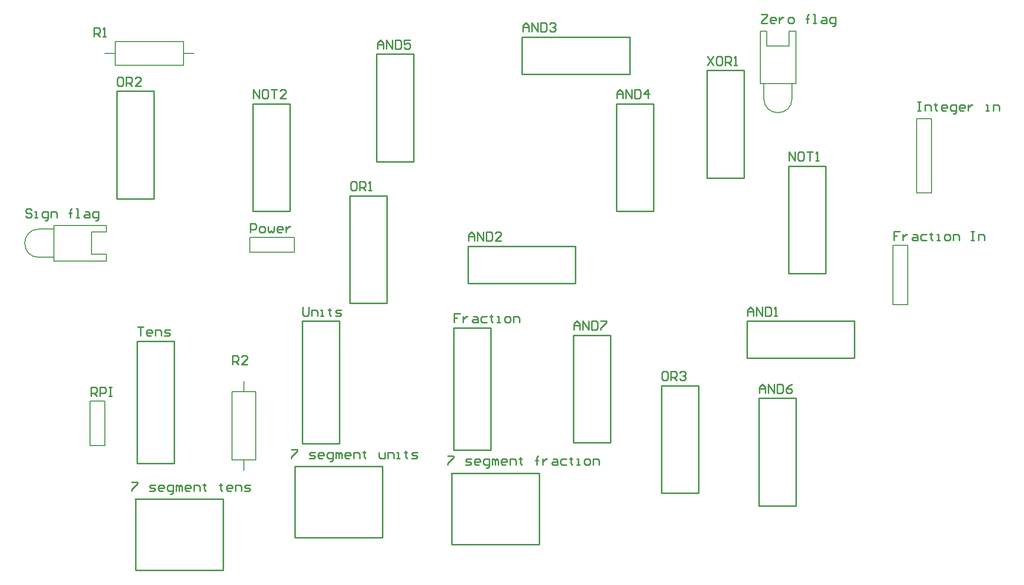
<source format=gto>
G04*
G04 #@! TF.GenerationSoftware,Altium Limited,Altium Designer,18.0.7 (293)*
G04*
G04 Layer_Color=65535*
%FSLAX25Y25*%
%MOIN*%
G70*
G01*
G75*
%ADD10C,0.00500*%
%ADD11C,0.00787*%
%ADD12C,0.01000*%
D10*
X570500Y430500D02*
G03*
X589500Y430500I9500J0D01*
G01*
X82000Y342500D02*
G03*
X82000Y323500I0J-9500D01*
G01*
X568000Y440500D02*
Y476000D01*
Y440500D02*
X592000D01*
Y476000D01*
X570500Y430500D02*
Y440500D01*
X589500Y430500D02*
Y440500D01*
X568000Y476000D02*
X572500D01*
Y466000D02*
Y476000D01*
Y466000D02*
X587500D01*
Y476000D01*
X592000D01*
X92000Y345000D02*
X127500D01*
X92000Y321000D02*
Y345000D01*
Y321000D02*
X127500D01*
X82000Y342500D02*
X92000D01*
X82000Y323500D02*
X92000D01*
X127500Y340500D02*
Y345000D01*
X117500Y340500D02*
X127500D01*
X117500Y325500D02*
Y340500D01*
Y325500D02*
X127500D01*
Y321000D02*
Y325500D01*
D11*
X179500Y461000D02*
X186500D01*
X126500D02*
X133500D01*
Y453000D02*
Y469000D01*
Y453000D02*
X179500D01*
Y469000D01*
X133500D02*
X179500D01*
X220000Y180000D02*
Y187000D01*
Y233000D02*
Y240000D01*
X212000Y233000D02*
X228000D01*
X212000Y187000D02*
Y233000D01*
Y187000D02*
X228000D01*
Y233000D01*
X657500Y291500D02*
X667500D01*
X657500D02*
Y331500D01*
X667500Y291500D02*
Y331500D01*
X657500D02*
X667500D01*
X126500Y196500D02*
Y226500D01*
X116500D02*
X126500D01*
X116500Y196500D02*
Y226500D01*
Y196500D02*
X126500D01*
X224000Y337000D02*
X254000D01*
X224000Y327000D02*
Y337000D01*
Y327000D02*
X254000D01*
Y337000D01*
X673500Y417000D02*
X683500D01*
Y367000D02*
Y417000D01*
X673500Y367000D02*
Y417000D01*
Y367000D02*
X683500D01*
D12*
X359945Y178000D02*
X419000D01*
Y130000D02*
Y178000D01*
X360000Y130000D02*
X419000D01*
X360000D02*
Y178000D01*
X254445Y182500D02*
X313500D01*
Y134500D02*
Y182500D01*
X254500Y134500D02*
X313500D01*
X254500D02*
Y182500D01*
X146945Y160500D02*
X206000D01*
Y112500D02*
Y160500D01*
X147000Y112500D02*
X206000D01*
X147000D02*
Y160500D01*
X259500Y198000D02*
Y280500D01*
Y198000D02*
X284500D01*
X259500Y280500D02*
X284500D01*
Y198000D02*
Y280500D01*
X361500Y193500D02*
Y276000D01*
Y193500D02*
X386500D01*
X361500Y276000D02*
X386500D01*
Y193500D02*
Y276000D01*
X148000Y184500D02*
Y267000D01*
Y184500D02*
X173000D01*
X148000Y267000D02*
X173000D01*
Y184500D02*
Y267000D01*
X226000Y427000D02*
X251000D01*
X226000Y354500D02*
Y427000D01*
Y354500D02*
X251000D01*
Y427000D01*
X480000Y447000D02*
Y472000D01*
X407500D02*
X480000D01*
X407500Y447000D02*
Y472000D01*
Y447000D02*
X480000D01*
X309500Y460500D02*
X334500D01*
X309500Y388000D02*
Y460500D01*
Y388000D02*
X334500D01*
Y460500D01*
X471000Y427000D02*
X496000D01*
X471000Y354500D02*
Y427000D01*
Y354500D02*
X496000D01*
Y427000D01*
X567000Y228500D02*
X592000D01*
X567000Y156000D02*
Y228500D01*
Y156000D02*
X592000D01*
Y228500D01*
X442000Y271000D02*
X467000D01*
X442000Y198500D02*
Y271000D01*
Y198500D02*
X467000D01*
Y271000D01*
X134500Y435500D02*
X159500D01*
X134500Y363000D02*
Y435500D01*
Y363000D02*
X159500D01*
Y435500D01*
X501500Y237000D02*
X526500D01*
X501500Y164500D02*
Y237000D01*
Y164500D02*
X526500D01*
Y237000D01*
X559000Y255500D02*
Y280500D01*
Y255500D02*
X631500D01*
Y280500D01*
X559000D02*
X631500D01*
X587000Y312500D02*
X612000D01*
Y385000D01*
X587000D02*
X612000D01*
X587000Y312500D02*
Y385000D01*
X443500Y306000D02*
Y331000D01*
X371000D02*
X443500D01*
X371000Y306000D02*
Y331000D01*
Y306000D02*
X443500D01*
X291500Y292500D02*
X316500D01*
Y365000D01*
X291500D02*
X316500D01*
X291500Y292500D02*
Y365000D01*
X532000Y377000D02*
X557000D01*
Y449500D01*
X532000D02*
X557000D01*
X532000Y377000D02*
Y449500D01*
X212600Y251200D02*
Y257198D01*
X215599D01*
X216599Y256198D01*
Y254199D01*
X215599Y253199D01*
X212600D01*
X214599D02*
X216599Y251200D01*
X222597D02*
X218598D01*
X222597Y255199D01*
Y256198D01*
X221597Y257198D01*
X219598D01*
X218598Y256198D01*
X119300Y472400D02*
Y478398D01*
X122299D01*
X123299Y477398D01*
Y475399D01*
X122299Y474399D01*
X119300D01*
X121299D02*
X123299Y472400D01*
X125298D02*
X127297D01*
X126298D01*
Y478398D01*
X125298Y477398D01*
X252100Y193998D02*
X256099D01*
Y192998D01*
X252100Y189000D01*
Y188000D01*
X264096D02*
X267095D01*
X268095Y189000D01*
X267095Y189999D01*
X265096D01*
X264096Y190999D01*
X265096Y191999D01*
X268095D01*
X273093Y188000D02*
X271094D01*
X270094Y189000D01*
Y190999D01*
X271094Y191999D01*
X273093D01*
X274093Y190999D01*
Y189999D01*
X270094D01*
X278092Y186001D02*
X279091D01*
X280091Y187000D01*
Y191999D01*
X277092D01*
X276092Y190999D01*
Y189000D01*
X277092Y188000D01*
X280091D01*
X282090D02*
Y191999D01*
X283090D01*
X284090Y190999D01*
Y188000D01*
Y190999D01*
X285089Y191999D01*
X286089Y190999D01*
Y188000D01*
X291087D02*
X289088D01*
X288088Y189000D01*
Y190999D01*
X289088Y191999D01*
X291087D01*
X292087Y190999D01*
Y189999D01*
X288088D01*
X294086Y188000D02*
Y191999D01*
X297085D01*
X298085Y190999D01*
Y188000D01*
X301084Y192998D02*
Y191999D01*
X300084D01*
X302084D01*
X301084D01*
Y189000D01*
X302084Y188000D01*
X311081Y191999D02*
Y189000D01*
X312081Y188000D01*
X315080D01*
Y191999D01*
X317079Y188000D02*
Y191999D01*
X320078D01*
X321078Y190999D01*
Y188000D01*
X323077D02*
X325076D01*
X324077D01*
Y191999D01*
X323077D01*
X329075Y192998D02*
Y191999D01*
X328075D01*
X330075D01*
X329075D01*
Y189000D01*
X330075Y188000D01*
X333074D02*
X336073D01*
X337072Y189000D01*
X336073Y189999D01*
X334073D01*
X333074Y190999D01*
X334073Y191999D01*
X337072D01*
X144600Y171998D02*
X148599D01*
Y170998D01*
X144600Y167000D01*
Y166000D01*
X156596D02*
X159595D01*
X160595Y167000D01*
X159595Y167999D01*
X157596D01*
X156596Y168999D01*
X157596Y169999D01*
X160595D01*
X165593Y166000D02*
X163594D01*
X162594Y167000D01*
Y168999D01*
X163594Y169999D01*
X165593D01*
X166593Y168999D01*
Y167999D01*
X162594D01*
X170592Y164001D02*
X171591D01*
X172591Y165000D01*
Y169999D01*
X169592D01*
X168592Y168999D01*
Y167000D01*
X169592Y166000D01*
X172591D01*
X174590D02*
Y169999D01*
X175590D01*
X176590Y168999D01*
Y166000D01*
Y168999D01*
X177589Y169999D01*
X178589Y168999D01*
Y166000D01*
X183587D02*
X181588D01*
X180588Y167000D01*
Y168999D01*
X181588Y169999D01*
X183587D01*
X184587Y168999D01*
Y167999D01*
X180588D01*
X186586Y166000D02*
Y169999D01*
X189585D01*
X190585Y168999D01*
Y166000D01*
X193584Y170998D02*
Y169999D01*
X192585D01*
X194584D01*
X193584D01*
Y167000D01*
X194584Y166000D01*
X204581Y170998D02*
Y169999D01*
X203581D01*
X205580D01*
X204581D01*
Y167000D01*
X205580Y166000D01*
X211578D02*
X209579D01*
X208579Y167000D01*
Y168999D01*
X209579Y169999D01*
X211578D01*
X212578Y168999D01*
Y167999D01*
X208579D01*
X214577Y166000D02*
Y169999D01*
X217576D01*
X218576Y168999D01*
Y166000D01*
X220575D02*
X223574D01*
X224574Y167000D01*
X223574Y167999D01*
X221575D01*
X220575Y168999D01*
X221575Y169999D01*
X224574D01*
X357600Y189498D02*
X361599D01*
Y188498D01*
X357600Y184500D01*
Y183500D01*
X369596D02*
X372595D01*
X373595Y184500D01*
X372595Y185499D01*
X370596D01*
X369596Y186499D01*
X370596Y187499D01*
X373595D01*
X378593Y183500D02*
X376594D01*
X375594Y184500D01*
Y186499D01*
X376594Y187499D01*
X378593D01*
X379593Y186499D01*
Y185499D01*
X375594D01*
X383592Y181501D02*
X384591D01*
X385591Y182500D01*
Y187499D01*
X382592D01*
X381592Y186499D01*
Y184500D01*
X382592Y183500D01*
X385591D01*
X387590D02*
Y187499D01*
X388590D01*
X389590Y186499D01*
Y183500D01*
Y186499D01*
X390589Y187499D01*
X391589Y186499D01*
Y183500D01*
X396587D02*
X394588D01*
X393588Y184500D01*
Y186499D01*
X394588Y187499D01*
X396587D01*
X397587Y186499D01*
Y185499D01*
X393588D01*
X399586Y183500D02*
Y187499D01*
X402585D01*
X403585Y186499D01*
Y183500D01*
X406584Y188498D02*
Y187499D01*
X405584D01*
X407584D01*
X406584D01*
Y184500D01*
X407584Y183500D01*
X417581D02*
Y188498D01*
Y186499D01*
X416581D01*
X418580D01*
X417581D01*
Y188498D01*
X418580Y189498D01*
X421579Y187499D02*
Y183500D01*
Y185499D01*
X422579Y186499D01*
X423579Y187499D01*
X424578D01*
X428577D02*
X430576D01*
X431576Y186499D01*
Y183500D01*
X428577D01*
X427577Y184500D01*
X428577Y185499D01*
X431576D01*
X437574Y187499D02*
X434575D01*
X433575Y186499D01*
Y184500D01*
X434575Y183500D01*
X437574D01*
X440573Y188498D02*
Y187499D01*
X439573D01*
X441573D01*
X440573D01*
Y184500D01*
X441573Y183500D01*
X444572D02*
X446571D01*
X445572D01*
Y187499D01*
X444572D01*
X450570Y183500D02*
X452569D01*
X453569Y184500D01*
Y186499D01*
X452569Y187499D01*
X450570D01*
X449570Y186499D01*
Y184500D01*
X450570Y183500D01*
X455568D02*
Y187499D01*
X458567D01*
X459567Y186499D01*
Y183500D01*
X259950Y290048D02*
Y285050D01*
X260950Y284050D01*
X262949D01*
X263949Y285050D01*
Y290048D01*
X265948Y284050D02*
Y288049D01*
X268947D01*
X269947Y287049D01*
Y284050D01*
X271946D02*
X273945D01*
X272946D01*
Y288049D01*
X271946D01*
X277944Y289048D02*
Y288049D01*
X276944D01*
X278944D01*
X277944D01*
Y285050D01*
X278944Y284050D01*
X281943D02*
X284942D01*
X285942Y285050D01*
X284942Y286049D01*
X282943D01*
X281943Y287049D01*
X282943Y288049D01*
X285942D01*
X148450Y276548D02*
X152449D01*
X150449D01*
Y270550D01*
X157447D02*
X155448D01*
X154448Y271550D01*
Y273549D01*
X155448Y274549D01*
X157447D01*
X158447Y273549D01*
Y272549D01*
X154448D01*
X160446Y270550D02*
Y274549D01*
X163445D01*
X164445Y273549D01*
Y270550D01*
X166444D02*
X169443D01*
X170443Y271550D01*
X169443Y272549D01*
X167444D01*
X166444Y273549D01*
X167444Y274549D01*
X170443D01*
X117100Y229900D02*
Y235898D01*
X120099D01*
X121099Y234898D01*
Y232899D01*
X120099Y231899D01*
X117100D01*
X119099D02*
X121099Y229900D01*
X123098D02*
Y235898D01*
X126097D01*
X127097Y234898D01*
Y232899D01*
X126097Y231899D01*
X123098D01*
X129096Y235898D02*
X131096D01*
X130096D01*
Y229900D01*
X129096D01*
X131096D01*
X365949Y285548D02*
X361950D01*
Y282549D01*
X363949D01*
X361950D01*
Y279550D01*
X367948Y283549D02*
Y279550D01*
Y281549D01*
X368948Y282549D01*
X369947Y283549D01*
X370947D01*
X374946D02*
X376945D01*
X377945Y282549D01*
Y279550D01*
X374946D01*
X373946Y280550D01*
X374946Y281549D01*
X377945D01*
X383943Y283549D02*
X380944D01*
X379944Y282549D01*
Y280550D01*
X380944Y279550D01*
X383943D01*
X386942Y284548D02*
Y283549D01*
X385942D01*
X387942D01*
X386942D01*
Y280550D01*
X387942Y279550D01*
X390941D02*
X392940D01*
X391940D01*
Y283549D01*
X390941D01*
X396939Y279550D02*
X398938D01*
X399938Y280550D01*
Y282549D01*
X398938Y283549D01*
X396939D01*
X395939Y282549D01*
Y280550D01*
X396939Y279550D01*
X401937D02*
Y283549D01*
X404936D01*
X405936Y282549D01*
Y279550D01*
X662099Y340898D02*
X658100D01*
Y337899D01*
X660099D01*
X658100D01*
Y334900D01*
X664098Y338899D02*
Y334900D01*
Y336899D01*
X665098Y337899D01*
X666097Y338899D01*
X667097D01*
X671096D02*
X673095D01*
X674095Y337899D01*
Y334900D01*
X671096D01*
X670096Y335900D01*
X671096Y336899D01*
X674095D01*
X680093Y338899D02*
X677094D01*
X676094Y337899D01*
Y335900D01*
X677094Y334900D01*
X680093D01*
X683092Y339898D02*
Y338899D01*
X682092D01*
X684092D01*
X683092D01*
Y335900D01*
X684092Y334900D01*
X687091D02*
X689090D01*
X688090D01*
Y338899D01*
X687091D01*
X693089Y334900D02*
X695088D01*
X696088Y335900D01*
Y337899D01*
X695088Y338899D01*
X693089D01*
X692089Y337899D01*
Y335900D01*
X693089Y334900D01*
X698087D02*
Y338899D01*
X701086D01*
X702086Y337899D01*
Y334900D01*
X710083Y340898D02*
X712082D01*
X711083D01*
Y334900D01*
X710083D01*
X712082D01*
X715082D02*
Y338899D01*
X718081D01*
X719080Y337899D01*
Y334900D01*
X77199Y355198D02*
X76199Y356198D01*
X74200D01*
X73200Y355198D01*
Y354199D01*
X74200Y353199D01*
X76199D01*
X77199Y352199D01*
Y351200D01*
X76199Y350200D01*
X74200D01*
X73200Y351200D01*
X79198Y350200D02*
X81197D01*
X80198D01*
Y354199D01*
X79198D01*
X86196Y348201D02*
X87195D01*
X88195Y349200D01*
Y354199D01*
X85196D01*
X84196Y353199D01*
Y351200D01*
X85196Y350200D01*
X88195D01*
X90194D02*
Y354199D01*
X93194D01*
X94193Y353199D01*
Y350200D01*
X103190D02*
Y355198D01*
Y353199D01*
X102191D01*
X104190D01*
X103190D01*
Y355198D01*
X104190Y356198D01*
X107189Y350200D02*
X109188D01*
X108189D01*
Y356198D01*
X107189D01*
X113187Y354199D02*
X115186D01*
X116186Y353199D01*
Y350200D01*
X113187D01*
X112187Y351200D01*
X113187Y352199D01*
X116186D01*
X120185Y348201D02*
X121185D01*
X122184Y349200D01*
Y354199D01*
X119185D01*
X118185Y353199D01*
Y351200D01*
X119185Y350200D01*
X122184D01*
X568800Y487198D02*
X572799D01*
Y486198D01*
X568800Y482200D01*
Y481200D01*
X572799D01*
X577797D02*
X575798D01*
X574798Y482200D01*
Y484199D01*
X575798Y485199D01*
X577797D01*
X578797Y484199D01*
Y483199D01*
X574798D01*
X580796Y485199D02*
Y481200D01*
Y483199D01*
X581796Y484199D01*
X582795Y485199D01*
X583795D01*
X587794Y481200D02*
X589793D01*
X590793Y482200D01*
Y484199D01*
X589793Y485199D01*
X587794D01*
X586794Y484199D01*
Y482200D01*
X587794Y481200D01*
X599790D02*
Y486198D01*
Y484199D01*
X598790D01*
X600790D01*
X599790D01*
Y486198D01*
X600790Y487198D01*
X603789Y481200D02*
X605788D01*
X604788D01*
Y487198D01*
X603789D01*
X609787Y485199D02*
X611786D01*
X612786Y484199D01*
Y481200D01*
X609787D01*
X608787Y482200D01*
X609787Y483199D01*
X612786D01*
X616784Y479201D02*
X617784D01*
X618784Y480200D01*
Y485199D01*
X615785D01*
X614785Y484199D01*
Y482200D01*
X615785Y481200D01*
X618784D01*
X504949Y246548D02*
X502950D01*
X501950Y245548D01*
Y241550D01*
X502950Y240550D01*
X504949D01*
X505949Y241550D01*
Y245548D01*
X504949Y246548D01*
X507948Y240550D02*
Y246548D01*
X510947D01*
X511947Y245548D01*
Y243549D01*
X510947Y242549D01*
X507948D01*
X509947D02*
X511947Y240550D01*
X513946Y245548D02*
X514946Y246548D01*
X516945D01*
X517945Y245548D01*
Y244549D01*
X516945Y243549D01*
X515945D01*
X516945D01*
X517945Y242549D01*
Y241550D01*
X516945Y240550D01*
X514946D01*
X513946Y241550D01*
X137949Y445048D02*
X135950D01*
X134950Y444048D01*
Y440050D01*
X135950Y439050D01*
X137949D01*
X138949Y440050D01*
Y444048D01*
X137949Y445048D01*
X140948Y439050D02*
Y445048D01*
X143947D01*
X144947Y444048D01*
Y442049D01*
X143947Y441049D01*
X140948D01*
X142947D02*
X144947Y439050D01*
X150945D02*
X146946D01*
X150945Y443049D01*
Y444048D01*
X149945Y445048D01*
X147946D01*
X146946Y444048D01*
X226450Y430550D02*
Y436548D01*
X230449Y430550D01*
Y436548D01*
X235447D02*
X233448D01*
X232448Y435548D01*
Y431550D01*
X233448Y430550D01*
X235447D01*
X236447Y431550D01*
Y435548D01*
X235447Y436548D01*
X238446D02*
X242445D01*
X240445D01*
Y430550D01*
X248443D02*
X244444D01*
X248443Y434549D01*
Y435548D01*
X247443Y436548D01*
X245444D01*
X244444Y435548D01*
X674100Y428398D02*
X676099D01*
X675100D01*
Y422400D01*
X674100D01*
X676099D01*
X679098D02*
Y426399D01*
X682097D01*
X683097Y425399D01*
Y422400D01*
X686096Y427398D02*
Y426399D01*
X685096D01*
X687096D01*
X686096D01*
Y423400D01*
X687096Y422400D01*
X693094D02*
X691094D01*
X690095Y423400D01*
Y425399D01*
X691094Y426399D01*
X693094D01*
X694094Y425399D01*
Y424399D01*
X690095D01*
X698092Y420401D02*
X699092D01*
X700092Y421400D01*
Y426399D01*
X697093D01*
X696093Y425399D01*
Y423400D01*
X697093Y422400D01*
X700092D01*
X705090D02*
X703091D01*
X702091Y423400D01*
Y425399D01*
X703091Y426399D01*
X705090D01*
X706090Y425399D01*
Y424399D01*
X702091D01*
X708089Y426399D02*
Y422400D01*
Y424399D01*
X709089Y425399D01*
X710088Y426399D01*
X711088D01*
X720085Y422400D02*
X722085D01*
X721085D01*
Y426399D01*
X720085D01*
X725083Y422400D02*
Y426399D01*
X728083D01*
X729082Y425399D01*
Y422400D01*
X442450Y274550D02*
Y278549D01*
X444449Y280548D01*
X446449Y278549D01*
Y274550D01*
Y277549D01*
X442450D01*
X448448Y274550D02*
Y280548D01*
X452447Y274550D01*
Y280548D01*
X454446D02*
Y274550D01*
X457445D01*
X458445Y275550D01*
Y279548D01*
X457445Y280548D01*
X454446D01*
X460444D02*
X464443D01*
Y279548D01*
X460444Y275550D01*
Y274550D01*
X567450Y232050D02*
Y236049D01*
X569449Y238048D01*
X571449Y236049D01*
Y232050D01*
Y235049D01*
X567450D01*
X573448Y232050D02*
Y238048D01*
X577447Y232050D01*
Y238048D01*
X579446D02*
Y232050D01*
X582445D01*
X583445Y233050D01*
Y237048D01*
X582445Y238048D01*
X579446D01*
X589443D02*
X587443Y237048D01*
X585444Y235049D01*
Y233050D01*
X586444Y232050D01*
X588443D01*
X589443Y233050D01*
Y234049D01*
X588443Y235049D01*
X585444D01*
X310000Y464000D02*
Y467999D01*
X311999Y469998D01*
X313999Y467999D01*
Y464000D01*
Y466999D01*
X310000D01*
X315998Y464000D02*
Y469998D01*
X319997Y464000D01*
Y469998D01*
X321996D02*
Y464000D01*
X324995D01*
X325995Y465000D01*
Y468998D01*
X324995Y469998D01*
X321996D01*
X331993D02*
X327994D01*
Y466999D01*
X329994Y467999D01*
X330993D01*
X331993Y466999D01*
Y465000D01*
X330993Y464000D01*
X328994D01*
X327994Y465000D01*
X471450Y430550D02*
Y434549D01*
X473449Y436548D01*
X475449Y434549D01*
Y430550D01*
Y433549D01*
X471450D01*
X477448Y430550D02*
Y436548D01*
X481447Y430550D01*
Y436548D01*
X483446D02*
Y430550D01*
X486445D01*
X487445Y431550D01*
Y435548D01*
X486445Y436548D01*
X483446D01*
X492443Y430550D02*
Y436548D01*
X489444Y433549D01*
X493443D01*
X408000Y475500D02*
Y479499D01*
X409999Y481498D01*
X411999Y479499D01*
Y475500D01*
Y478499D01*
X408000D01*
X413998Y475500D02*
Y481498D01*
X417997Y475500D01*
Y481498D01*
X419996D02*
Y475500D01*
X422995D01*
X423995Y476500D01*
Y480498D01*
X422995Y481498D01*
X419996D01*
X425994Y480498D02*
X426994Y481498D01*
X428993D01*
X429993Y480498D01*
Y479499D01*
X428993Y478499D01*
X427993D01*
X428993D01*
X429993Y477499D01*
Y476500D01*
X428993Y475500D01*
X426994D01*
X425994Y476500D01*
X532500Y458998D02*
X536499Y453000D01*
Y458998D02*
X532500Y453000D01*
X541497Y458998D02*
X539498D01*
X538498Y457998D01*
Y454000D01*
X539498Y453000D01*
X541497D01*
X542497Y454000D01*
Y457998D01*
X541497Y458998D01*
X544496Y453000D02*
Y458998D01*
X547495D01*
X548495Y457998D01*
Y455999D01*
X547495Y454999D01*
X544496D01*
X546495D02*
X548495Y453000D01*
X550494D02*
X552493D01*
X551494D01*
Y458998D01*
X550494Y457998D01*
X224600Y340400D02*
Y346398D01*
X227599D01*
X228599Y345398D01*
Y343399D01*
X227599Y342399D01*
X224600D01*
X231598Y340400D02*
X233597D01*
X234597Y341400D01*
Y343399D01*
X233597Y344399D01*
X231598D01*
X230598Y343399D01*
Y341400D01*
X231598Y340400D01*
X236596Y344399D02*
Y341400D01*
X237596Y340400D01*
X238596Y341400D01*
X239595Y340400D01*
X240595Y341400D01*
Y344399D01*
X245593Y340400D02*
X243594D01*
X242594Y341400D01*
Y343399D01*
X243594Y344399D01*
X245593D01*
X246593Y343399D01*
Y342399D01*
X242594D01*
X248592Y344399D02*
Y340400D01*
Y342399D01*
X249592Y343399D01*
X250592Y344399D01*
X251591D01*
X294999Y374498D02*
X293000D01*
X292000Y373498D01*
Y369500D01*
X293000Y368500D01*
X294999D01*
X295999Y369500D01*
Y373498D01*
X294999Y374498D01*
X297998Y368500D02*
Y374498D01*
X300997D01*
X301997Y373498D01*
Y371499D01*
X300997Y370499D01*
X297998D01*
X299997D02*
X301997Y368500D01*
X303996D02*
X305995D01*
X304996D01*
Y374498D01*
X303996Y373498D01*
X587500Y388500D02*
Y394498D01*
X591499Y388500D01*
Y394498D01*
X596497D02*
X594498D01*
X593498Y393498D01*
Y389500D01*
X594498Y388500D01*
X596497D01*
X597497Y389500D01*
Y393498D01*
X596497Y394498D01*
X599496D02*
X603495D01*
X601496D01*
Y388500D01*
X605494D02*
X607493D01*
X606494D01*
Y394498D01*
X605494Y393498D01*
X371500Y334500D02*
Y338499D01*
X373499Y340498D01*
X375499Y338499D01*
Y334500D01*
Y337499D01*
X371500D01*
X377498Y334500D02*
Y340498D01*
X381497Y334500D01*
Y340498D01*
X383496D02*
Y334500D01*
X386495D01*
X387495Y335500D01*
Y339498D01*
X386495Y340498D01*
X383496D01*
X393493Y334500D02*
X389494D01*
X393493Y338499D01*
Y339498D01*
X392493Y340498D01*
X390494D01*
X389494Y339498D01*
X559500Y284000D02*
Y287999D01*
X561499Y289998D01*
X563499Y287999D01*
Y284000D01*
Y286999D01*
X559500D01*
X565498Y284000D02*
Y289998D01*
X569497Y284000D01*
Y289998D01*
X571496D02*
Y284000D01*
X574495D01*
X575495Y285000D01*
Y288998D01*
X574495Y289998D01*
X571496D01*
X577494Y284000D02*
X579494D01*
X578494D01*
Y289998D01*
X577494Y288998D01*
M02*

</source>
